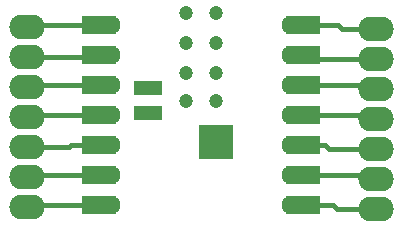
<source format=gbr>
%TF.GenerationSoftware,KiCad,Pcbnew,8.0.5*%
%TF.CreationDate,2024-10-14T13:25:02-04:00*%
%TF.ProjectId,dev_board,6465765f-626f-4617-9264-2e6b69636164,rev?*%
%TF.SameCoordinates,Original*%
%TF.FileFunction,Copper,L1,Top*%
%TF.FilePolarity,Positive*%
%FSLAX46Y46*%
G04 Gerber Fmt 4.6, Leading zero omitted, Abs format (unit mm)*
G04 Created by KiCad (PCBNEW 8.0.5) date 2024-10-14 13:25:02*
%MOMM*%
%LPD*%
G01*
G04 APERTURE LIST*
%TA.AperFunction,ComponentPad*%
%ADD10O,3.000000X2.100000*%
%TD*%
%TA.AperFunction,ComponentPad*%
%ADD11C,1.600000*%
%TD*%
%TA.AperFunction,SMDPad,CuDef*%
%ADD12R,3.000000X1.600000*%
%TD*%
%TA.AperFunction,SMDPad,CuDef*%
%ADD13R,2.400000X1.200000*%
%TD*%
%TA.AperFunction,SMDPad,CuDef*%
%ADD14C,1.200000*%
%TD*%
%TA.AperFunction,SMDPad,CuDef*%
%ADD15R,3.000000X3.000000*%
%TD*%
%TA.AperFunction,Conductor*%
%ADD16C,0.400000*%
%TD*%
%TA.AperFunction,Conductor*%
%ADD17C,0.200000*%
%TD*%
G04 APERTURE END LIST*
D10*
%TO.P,J10,1,Pin_1*%
%TO.N,A0*%
X122500000Y-58340000D03*
%TO.P,J10,2,Pin_2*%
%TO.N,A1*%
X122500000Y-60880000D03*
%TO.P,J10,3,Pin_3*%
%TO.N,A2*%
X122500000Y-63420000D03*
%TO.P,J10,4,Pin_4*%
%TO.N,A3*%
X122500000Y-65960000D03*
%TO.P,J10,5,Pin_5*%
%TO.N,SDA*%
X122500000Y-68500000D03*
%TO.P,J10,6,Pin_6*%
%TO.N,SCL*%
X122500000Y-71040000D03*
%TO.P,J10,7,Pin_7*%
%TO.N,A6TX*%
X122500000Y-73580000D03*
%TD*%
%TO.P,J9,1,Pin_1*%
%TO.N,A7RX*%
X152000000Y-73740000D03*
%TO.P,J9,2,Pin_2*%
%TO.N,A8*%
X152000000Y-71200000D03*
%TO.P,J9,3,Pin_3*%
%TO.N,A9*%
X152000000Y-68660000D03*
%TO.P,J9,4,Pin_4*%
%TO.N,A10*%
X152000000Y-66120000D03*
%TO.P,J9,5,Pin_5*%
%TO.N,PWR_3V3*%
X152000000Y-63580000D03*
%TO.P,J9,6,Pin_6*%
%TO.N,GND*%
X152000000Y-61040000D03*
%TO.P,J9,7,Pin_7*%
%TO.N,PWR_5V*%
X152000000Y-58500000D03*
%TD*%
D11*
%TO.P,M2,1,D0*%
%TO.N,A0*%
X129600000Y-58160000D03*
D12*
X128600000Y-58160000D03*
D11*
%TO.P,M2,2,D1*%
%TO.N,A1*%
X129600000Y-60700000D03*
D12*
X128600000Y-60700000D03*
D11*
%TO.P,M2,3,D2*%
%TO.N,A2*%
X129600000Y-63240000D03*
D12*
X128600000Y-63240000D03*
D11*
%TO.P,M2,4,D3*%
%TO.N,A3*%
X129600000Y-65780000D03*
D12*
X128600000Y-65780000D03*
D11*
%TO.P,M2,5,D4*%
%TO.N,SDA*%
X129600000Y-68320000D03*
D12*
X128600000Y-68320000D03*
D11*
%TO.P,M2,6,D5*%
%TO.N,SCL*%
X129600000Y-70860000D03*
D12*
X128600000Y-70860000D03*
D11*
%TO.P,M2,7,D6*%
%TO.N,A6TX*%
X129600000Y-73400000D03*
D12*
X128600000Y-73400000D03*
D11*
%TO.P,M2,8,D7*%
%TO.N,A7RX*%
X144835000Y-73400000D03*
D12*
X145835000Y-73400000D03*
D11*
%TO.P,M2,9,D8*%
%TO.N,A8*%
X144835000Y-70860000D03*
D12*
X145835000Y-70860000D03*
D11*
%TO.P,M2,10,D9*%
%TO.N,A9*%
X144835000Y-68320000D03*
D12*
X145835000Y-68320000D03*
D11*
%TO.P,M2,11,D10*%
%TO.N,A10*%
X144835000Y-65780000D03*
D12*
X145835000Y-65780000D03*
D11*
%TO.P,M2,12,3V3*%
%TO.N,PWR_3V3*%
X144835000Y-63240000D03*
D12*
X145835000Y-63240000D03*
D11*
%TO.P,M2,13,GND*%
%TO.N,GND*%
X144835000Y-60700000D03*
D12*
X145835000Y-60700000D03*
D11*
%TO.P,M2,14,5V*%
%TO.N,PWR_5V*%
X144835000Y-58160000D03*
D12*
X145835000Y-58160000D03*
D13*
%TO.P,M2,15,BAT_GND*%
%TO.N,GND*%
X132715000Y-63480000D03*
%TO.P,M2,16,BAT_VIN*%
%TO.N,unconnected-(M2-BAT_VIN-Pad16)*%
X132715000Y-65580000D03*
D14*
%TO.P,M2,17,MTDI*%
%TO.N,MTDI*%
X135945000Y-57100000D03*
%TO.P,M2,18,EN*%
%TO.N,Net-(M2-EN)*%
X135945000Y-59640000D03*
%TO.P,M2,19,MTMS*%
%TO.N,MTMS*%
X135945000Y-62180000D03*
%TO.P,M2,20,MTCK*%
%TO.N,MTCK*%
X138485000Y-62180000D03*
%TO.P,M2,21,GND*%
%TO.N,GND*%
X138485000Y-59640000D03*
%TO.P,M2,22,MTDO*%
%TO.N,MTDO*%
X138485000Y-57100000D03*
%TO.P,M2,23,D-*%
%TO.N,unconnected-(M2-D--Pad23)*%
X135965000Y-64580000D03*
%TO.P,M2,24,D+*%
%TO.N,unconnected-(M2-D+-Pad24)*%
X138465000Y-64580000D03*
D15*
%TO.P,M2,25,THERMAL*%
%TO.N,unconnected-(M2-THERMAL-Pad25)*%
X138515000Y-68080000D03*
%TD*%
D16*
%TO.N,A7RX*%
X144835000Y-73400000D02*
X148400000Y-73400000D01*
X148400000Y-73400000D02*
X148740000Y-73740000D01*
X148740000Y-73740000D02*
X152000000Y-73740000D01*
%TO.N,A8*%
X144835000Y-70860000D02*
X151660000Y-70860000D01*
D17*
X151660000Y-70860000D02*
X152000000Y-71200000D01*
D16*
%TO.N,A9*%
X144835000Y-68320000D02*
X147680000Y-68320000D01*
X147680000Y-68320000D02*
X148020000Y-68660000D01*
X148020000Y-68660000D02*
X152000000Y-68660000D01*
%TO.N,A10*%
X144835000Y-65780000D02*
X151660000Y-65780000D01*
D17*
X151660000Y-65780000D02*
X152000000Y-66120000D01*
D16*
%TO.N,PWR_3V3*%
X144835000Y-63240000D02*
X151660000Y-63240000D01*
D17*
X151660000Y-63240000D02*
X152000000Y-63580000D01*
%TO.N,GND*%
X144835000Y-60700000D02*
X145800000Y-60700000D01*
D16*
X146140000Y-61040000D02*
X152000000Y-61040000D01*
D17*
X145800000Y-60700000D02*
X146140000Y-61040000D01*
D16*
%TO.N,PWR_5V*%
X144835000Y-58160000D02*
X148840000Y-58160000D01*
X148840000Y-58160000D02*
X149180000Y-58500000D01*
X149180000Y-58500000D02*
X152000000Y-58500000D01*
%TO.N,A6TX*%
X129600000Y-73400000D02*
X122680000Y-73400000D01*
X122680000Y-73400000D02*
X122500000Y-73580000D01*
%TO.N,SCL*%
X129600000Y-70860000D02*
X122680000Y-70860000D01*
X122680000Y-70860000D02*
X122500000Y-71040000D01*
%TO.N,SDA*%
X129600000Y-68320000D02*
X126180000Y-68320000D01*
X126180000Y-68320000D02*
X126000000Y-68500000D01*
X126000000Y-68500000D02*
X122500000Y-68500000D01*
%TO.N,A3*%
X129600000Y-65780000D02*
X122680000Y-65780000D01*
X122680000Y-65780000D02*
X122500000Y-65960000D01*
%TO.N,A2*%
X129600000Y-63240000D02*
X122680000Y-63240000D01*
X122680000Y-63240000D02*
X122500000Y-63420000D01*
%TO.N,A1*%
X129600000Y-60700000D02*
X128700000Y-60700000D01*
X128700000Y-60700000D02*
X128520000Y-60880000D01*
X128520000Y-60880000D02*
X122500000Y-60880000D01*
%TO.N,A0*%
X122680000Y-58160000D02*
X122500000Y-58340000D01*
D17*
%TO.N,GND*%
X144975000Y-60840000D02*
X144835000Y-60700000D01*
%TO.N,A10*%
X144975000Y-65920000D02*
X144835000Y-65780000D01*
%TO.N,A8*%
X144975000Y-71000000D02*
X144835000Y-70860000D01*
%TO.N,PWR_3V3*%
X144975000Y-63380000D02*
X144835000Y-63240000D01*
%TO.N,PWR_5V*%
X144975000Y-58300000D02*
X144835000Y-58160000D01*
%TO.N,A9*%
X144975000Y-68460000D02*
X144835000Y-68320000D01*
D16*
%TO.N,A0*%
X129600000Y-58160000D02*
X122680000Y-58160000D01*
%TD*%
M02*

</source>
